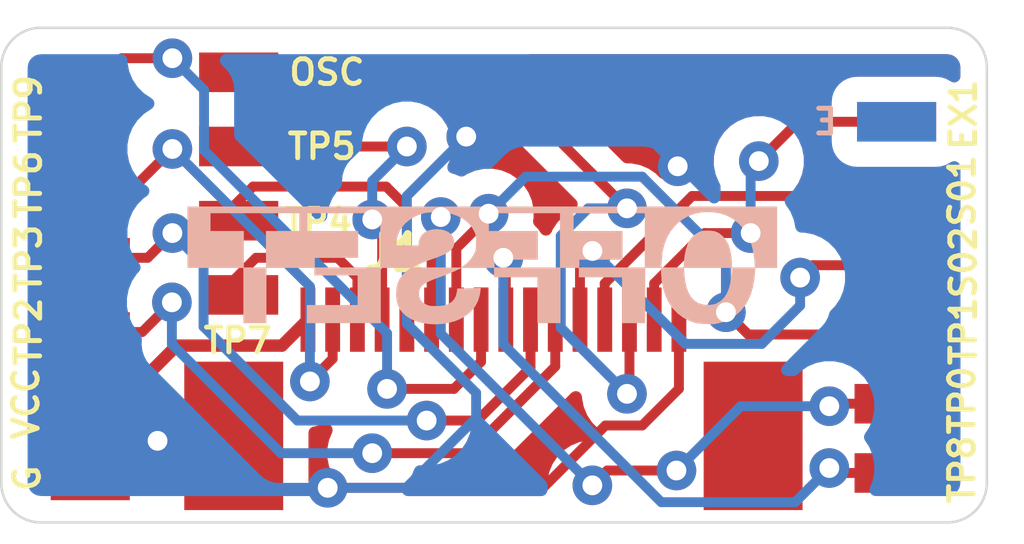
<source format=kicad_pcb>
(kicad_pcb (version 20171130) (host pcbnew "(5.1.8)-1")

  (general
    (thickness 1.6)
    (drawings 8)
    (tracks 149)
    (zones 0)
    (modules 19)
    (nets 17)
  )

  (page A4)
  (layers
    (0 F.Cu signal)
    (31 B.Cu signal)
    (32 B.Adhes user)
    (33 F.Adhes user)
    (34 B.Paste user)
    (35 F.Paste user)
    (36 B.SilkS user)
    (37 F.SilkS user)
    (38 B.Mask user)
    (39 F.Mask user)
    (40 Dwgs.User user)
    (41 Cmts.User user)
    (42 Eco1.User user)
    (43 Eco2.User user)
    (44 Edge.Cuts user)
    (45 Margin user)
    (46 B.CrtYd user)
    (47 F.CrtYd user)
    (48 B.Fab user)
    (49 F.Fab user)
  )

  (setup
    (last_trace_width 0.2)
    (trace_clearance 0.14)
    (zone_clearance 0.508)
    (zone_45_only no)
    (trace_min 0.2)
    (via_size 0.8)
    (via_drill 0.4)
    (via_min_size 0.4)
    (via_min_drill 0.3)
    (uvia_size 0.3)
    (uvia_drill 0.1)
    (uvias_allowed no)
    (uvia_min_size 0.2)
    (uvia_min_drill 0.1)
    (edge_width 0.05)
    (segment_width 0.2)
    (pcb_text_width 0.3)
    (pcb_text_size 1.5 1.5)
    (mod_edge_width 0.12)
    (mod_text_size 1 1)
    (mod_text_width 0.15)
    (pad_size 1.6 2)
    (pad_drill 0)
    (pad_to_mask_clearance 0.051)
    (solder_mask_min_width 0.25)
    (aux_axis_origin 0 0)
    (visible_elements 7FFFFFFF)
    (pcbplotparams
      (layerselection 0x010fc_ffffffff)
      (usegerberextensions false)
      (usegerberattributes false)
      (usegerberadvancedattributes false)
      (creategerberjobfile false)
      (excludeedgelayer true)
      (linewidth 0.100000)
      (plotframeref false)
      (viasonmask false)
      (mode 1)
      (useauxorigin false)
      (hpglpennumber 1)
      (hpglpenspeed 20)
      (hpglpendiameter 15.000000)
      (psnegative false)
      (psa4output false)
      (plotreference true)
      (plotvalue true)
      (plotinvisibletext false)
      (padsonsilk false)
      (subtractmaskfromsilk false)
      (outputformat 1)
      (mirror false)
      (drillshape 0)
      (scaleselection 1)
      (outputdirectory "gerber/"))
  )

  (net 0 "")
  (net 1 GND)
  (net 2 GBA_CLK)
  (net 3 EXTRA1)
  (net 4 GBA_AUD1)
  (net 5 GBA_UP)
  (net 6 GBA_START)
  (net 7 GBA_DOWN)
  (net 8 GBA_AUD2)
  (net 9 GBA_A)
  (net 10 GBA_SELECT)
  (net 11 GBA_L)
  (net 12 GBA_LEFT)
  (net 13 GBA_VCC)
  (net 14 GBA_RIGHT)
  (net 15 GBA_R)
  (net 16 GBA_B)

  (net_class Default "This is the default net class."
    (clearance 0.14)
    (trace_width 0.2)
    (via_dia 0.8)
    (via_drill 0.4)
    (uvia_dia 0.3)
    (uvia_drill 0.1)
    (add_net EXTRA1)
    (add_net GBA_A)
    (add_net GBA_AUD1)
    (add_net GBA_AUD2)
    (add_net GBA_B)
    (add_net GBA_CLK)
    (add_net GBA_DOWN)
    (add_net GBA_L)
    (add_net GBA_LEFT)
    (add_net GBA_R)
    (add_net GBA_RIGHT)
    (add_net GBA_SELECT)
    (add_net GBA_START)
    (add_net GBA_UP)
    (add_net GND)
  )

  (net_class PWR ""
    (clearance 0.2)
    (trace_width 0.25)
    (via_dia 0.8)
    (via_drill 0.4)
    (uvia_dia 0.3)
    (uvia_drill 0.1)
    (add_net GBA_VCC)
  )

  (module OFFSET:SOLDER_PAD (layer B.Cu) (tedit 5EC36988) (tstamp 5FFB0413)
    (at 188.8 59.25 270)
    (fp_text reference REF** (at 0.25 -2 270) (layer B.Fab)
      (effects (font (size 0.8 0.8) (thickness 0.15)) (justify mirror))
    )
    (fp_text value E (at 0 1) (layer B.SilkS)
      (effects (font (size 0.5 0.5) (thickness 0.1)) (justify left mirror))
    )
    (pad 1 smd rect (at 0 0.25 270) (size 0.8 1.6) (drill (offset 0 -0.4)) (layers B.Cu B.Paste B.Mask))
  )

  (module OFFSET:OFFSET_LOGO_SILK_2.6mm (layer B.Cu) (tedit 5EC43BEA) (tstamp 5FFB00FC)
    (at 180.575 62.275 180)
    (fp_text reference REF** (at 0 -1.25) (layer B.Fab)
      (effects (font (size 0.1 0.1) (thickness 0.025)) (justify mirror))
    )
    (fp_text value OFFSET_LOGO_SILK_2.6mm (at 0 -1.5) (layer B.Fab)
      (effects (font (size 0.1 0.1) (thickness 0.025)) (justify mirror))
    )
    (fp_poly (pts (xy 5.9563 0.0762) (xy 4.826 0.0762) (xy 4.826 -1.0414) (xy 4.3688 -1.0414)
      (xy 4.3688 0.0762) (xy 3.3909 0.0762) (xy 3.3909 -0.0762) (xy 2.5146 -0.0762)
      (xy 2.5146 -0.6858) (xy 3.5433 -0.6858) (xy 3.5433 -1.0414) (xy 2.0574 -1.0414)
      (xy 2.0574 0.0762) (xy 1.432583 0.0762) (xy 1.506866 0.019864) (xy 1.596121 -0.059287)
      (xy 1.662601 -0.14531) (xy 1.707578 -0.241) (xy 1.732324 -0.349152) (xy 1.73811 -0.472562)
      (xy 1.737635 -0.48742) (xy 1.727347 -0.591135) (xy 1.703714 -0.678967) (xy 1.664208 -0.758016)
      (xy 1.619259 -0.819967) (xy 1.543161 -0.893752) (xy 1.448217 -0.954874) (xy 1.337811 -1.002954)
      (xy 1.215328 -1.037614) (xy 1.084153 -1.058475) (xy 0.947672 -1.065158) (xy 0.80927 -1.057286)
      (xy 0.672331 -1.034478) (xy 0.540241 -0.996357) (xy 0.43574 -0.952338) (xy 0.317654 -0.88165)
      (xy 0.219433 -0.795819) (xy 0.141785 -0.695818) (xy 0.085418 -0.582619) (xy 0.051041 -0.457195)
      (xy 0.044918 -0.415634) (xy 0.036199 -0.342319) (xy 0.268924 -0.345784) (xy 0.50165 -0.34925)
      (xy 0.509514 -0.413681) (xy 0.529654 -0.499079) (xy 0.568379 -0.569162) (xy 0.613033 -0.615942)
      (xy 0.665602 -0.653763) (xy 0.72383 -0.680008) (xy 0.793067 -0.696159) (xy 0.878667 -0.7037)
      (xy 0.93345 -0.704714) (xy 0.997283 -0.704216) (xy 1.042932 -0.701769) (xy 1.0776 -0.696164)
      (xy 1.108491 -0.68619) (xy 1.14281 -0.670637) (xy 1.146191 -0.668982) (xy 1.212847 -0.625418)
      (xy 1.256946 -0.570674) (xy 1.279332 -0.503453) (xy 1.2827 -0.458851) (xy 1.27877 -0.402587)
      (xy 1.265531 -0.353633) (xy 1.240807 -0.310222) (xy 1.202422 -0.270587) (xy 1.148202 -0.232963)
      (xy 1.07597 -0.195582) (xy 0.983551 -0.156679) (xy 0.86877 -0.114487) (xy 0.8509 -0.108255)
      (xy 0.774271 -0.080299) (xy 0.692434 -0.048176) (xy 0.615193 -0.015858) (xy 0.55245 0.012638)
      (xy 0.42545 0.074047) (xy 0.9271 0.075759) (xy 1.42875 0.07747) (xy 1.329874 0.128016)
      (xy 1.282381 0.150098) (xy 1.217764 0.177082) (xy 1.143102 0.206164) (xy 1.065473 0.234537)
      (xy 1.030643 0.246604) (xy 0.912102 0.288642) (xy 0.815911 0.327036) (xy 0.739534 0.363225)
      (xy 0.680434 0.398647) (xy 0.636074 0.43474) (xy 0.603918 0.472943) (xy 0.589901 0.496555)
      (xy 0.574518 0.549714) (xy 0.574441 0.613274) (xy 0.589348 0.677611) (xy 0.596486 0.695166)
      (xy 0.634334 0.749438) (xy 0.690561 0.792458) (xy 0.760559 0.823774) (xy 0.839716 0.842932)
      (xy 0.923422 0.849481) (xy 1.007066 0.842966) (xy 1.08604 0.822936) (xy 1.155731 0.788936)
      (xy 1.198792 0.754341) (xy 1.240997 0.699226) (xy 1.270394 0.634995) (xy 1.282358 0.571934)
      (xy 1.282421 0.568325) (xy 1.2827 0.5207) (xy 1.7399 0.5207) (xy 1.739632 0.587375)
      (xy 1.73176 0.655079) (xy 1.710871 0.732213) (xy 1.680334 0.808799) (xy 1.643518 0.874861)
      (xy 1.64161 0.877654) (xy 1.558992 0.975405) (xy 1.457092 1.05862) (xy 1.338612 1.12549)
      (xy 1.206251 1.174205) (xy 1.1938 1.177624) (xy 1.175068 1.1811) (xy 2.0574 1.1811)
      (xy 2.0574 0.0762) (xy 3.3909 0.0762) (xy 3.3909 0.2794) (xy 2.5146 0.2794)
      (xy 2.5146 0.8128) (xy 3.5433 0.8128) (xy 3.5433 1.1811) (xy 3.6957 1.1811)
      (xy 3.6957 0.8128) (xy 4.3688 0.8128) (xy 4.3688 0.0762) (xy 4.826 0.0762)
      (xy 4.826 0.8128) (xy 5.4991 0.8128) (xy 5.4991 1.1811) (xy 3.6957 1.1811)
      (xy 3.5433 1.1811) (xy 2.0574 1.1811) (xy 1.175068 1.1811) (xy 1.126745 1.190067)
      (xy 1.042135 1.197624) (xy 0.947323 1.200377) (xy 0.84966 1.19841) (xy 0.756502 1.191806)
      (xy 0.6752 1.180648) (xy 0.633277 1.17129) (xy 0.497133 1.123805) (xy 0.380058 1.061222)
      (xy 0.28279 0.984084) (xy 0.206066 0.892936) (xy 0.168391 0.828123) (xy 0.147878 0.785669)
      (xy 0.134311 0.752473) (xy 0.126287 0.721273) (xy 0.122401 0.684806) (xy 0.12125 0.635811)
      (xy 0.121343 0.584815) (xy 0.122421 0.516471) (xy 0.125521 0.466807) (xy 0.131579 0.429124)
      (xy 0.141531 0.396725) (xy 0.150641 0.375086) (xy 0.210095 0.273004) (xy 0.289656 0.181414)
      (xy 0.347333 0.132248) (xy 0.421616 0.0762) (xy -0.2413 0.0762) (xy -0.2413 -0.1143)
      (xy -1.1176 -0.1143) (xy -1.1176 -1.0414) (xy -1.5748 -1.0414) (xy -1.5748 0.0762)
      (xy -1.9558 0.0762) (xy -1.9558 -0.1143) (xy -2.8321 -0.1143) (xy -2.8321 -1.0414)
      (xy -3.2893 -1.0414) (xy -3.2893 0.0762) (xy -3.615958 0.0762) (xy -3.622878 0.219075)
      (xy -3.641122 0.392866) (xy -3.678541 0.550672) (xy -3.735642 0.693734) (xy -3.812934 0.82329)
      (xy -3.910923 0.940582) (xy -3.92326 0.95306) (xy -4.032817 1.046284) (xy -4.152433 1.117294)
      (xy -4.283833 1.166824) (xy -4.355698 1.1811) (xy -3.2893 1.1811) (xy -3.2893 0.0762)
      (xy -1.9558 0.0762) (xy -1.9558 0.2413) (xy -2.8321 0.2413) (xy -2.8321 0.8128)
      (xy -1.8415 0.8128) (xy -1.8415 1.1811) (xy -1.5748 1.1811) (xy -1.5748 0.0762)
      (xy -0.2413 0.0762) (xy -0.2413 0.2413) (xy -1.1176 0.2413) (xy -1.1176 0.8128)
      (xy -0.127 0.8128) (xy -0.127 1.1811) (xy -1.5748 1.1811) (xy -1.8415 1.1811)
      (xy -3.2893 1.1811) (xy -4.355698 1.1811) (xy -4.428742 1.19561) (xy -4.5085 1.202545)
      (xy -4.667809 1.199566) (xy -4.81688 1.1737) (xy -4.954563 1.125782) (xy -5.079708 1.056645)
      (xy -5.191164 0.967121) (xy -5.28778 0.858046) (xy -5.368405 0.730251) (xy -5.431889 0.58457)
      (xy -5.453091 0.518502) (xy -5.471072 0.445175) (xy -5.487372 0.358287) (xy -5.500547 0.267609)
      (xy -5.509153 0.182909) (xy -5.5118 0.121151) (xy -5.5118 0.0762) (xy -5.045675 0.0762)
      (xy -5.038094 -0.066675) (xy -5.022257 -0.213929) (xy -4.991558 -0.342253) (xy -4.94629 -0.451141)
      (xy -4.886747 -0.54009) (xy -4.813221 -0.608596) (xy -4.726007 -0.656155) (xy -4.686928 -0.669322)
      (xy -4.612995 -0.681363) (xy -4.528915 -0.680999) (xy -4.445307 -0.66913) (xy -4.372791 -0.646657)
      (xy -4.362214 -0.64179) (xy -4.280937 -0.58822) (xy -4.213398 -0.513698) (xy -4.159535 -0.418096)
      (xy -4.119287 -0.301288) (xy -4.092595 -0.163147) (xy -4.082284 -0.058897) (xy -4.073234 0.0762)
      (xy -3.6195 0.0762) (xy -3.6195 -0.030086) (xy -3.629535 -0.18298) (xy -3.658419 -0.336269)
      (xy -3.704322 -0.48264) (xy -3.765416 -0.61478) (xy -3.766067 -0.61595) (xy -3.848211 -0.738059)
      (xy -3.948452 -0.843815) (xy -4.064218 -0.931195) (xy -4.192935 -0.998178) (xy -4.29895 -1.034502)
      (xy -4.344259 -1.043327) (xy -4.406788 -1.050999) (xy -4.47904 -1.057072) (xy -4.553515 -1.061103)
      (xy -4.622714 -1.062648) (xy -4.679139 -1.061261) (xy -4.70535 -1.058587) (xy -4.857008 -1.022318)
      (xy -4.995213 -0.964829) (xy -5.119034 -0.886784) (xy -5.227539 -0.788849) (xy -5.319797 -0.671686)
      (xy -5.371634 -0.583573) (xy -5.427818 -0.455267) (xy -5.468872 -0.314064) (xy -5.495818 -0.156132)
      (xy -5.50247 -0.092075) (xy -5.517247 0.076201) (xy -5.736774 0.0762) (xy -5.9563 0.0762)
      (xy -5.9563 1.3081) (xy 5.9563 1.3081) (xy 5.9563 0.0762)) (layer B.SilkS) (width 0.01))
    (fp_poly (pts (xy -4.498965 0.818054) (xy -4.455544 0.814545) (xy -4.420587 0.806652) (xy -4.385645 0.792845)
      (xy -4.366762 0.783847) (xy -4.284132 0.729701) (xy -4.215564 0.655197) (xy -4.160936 0.560085)
      (xy -4.120125 0.444116) (xy -4.093008 0.307039) (xy -4.082623 0.205896) (xy -4.073428 0.0762)
      (xy -5.0419 0.0762) (xy -5.0419 0.163437) (xy -5.037087 0.25484) (xy -5.023788 0.351525)
      (xy -5.003718 0.444638) (xy -4.978589 0.525326) (xy -4.966059 0.555287) (xy -4.918585 0.636631)
      (xy -4.85838 0.708105) (xy -4.790947 0.763863) (xy -4.746165 0.788768) (xy -4.706815 0.803902)
      (xy -4.666557 0.813033) (xy -4.616893 0.817521) (xy -4.5593 0.818709) (xy -4.498965 0.818054)) (layer B.SilkS) (width 0.01))
  )

  (module OFFSET:SOLDER_PAD (layer F.Cu) (tedit 5EC36988) (tstamp 5FFAC01A)
    (at 172.5 66.5 90)
    (path /60123B7B)
    (fp_text reference J17 (at 0.25 2 90) (layer F.Fab)
      (effects (font (size 0.8 0.8) (thickness 0.15)))
    )
    (fp_text value G (at -0.275 -1.125 90) (layer F.SilkS)
      (effects (font (size 0.5 0.5) (thickness 0.1)) (justify left))
    )
    (pad 1 smd rect (at 0 -0.25 90) (size 0.8 1.6) (drill (offset 0 0.4)) (layers F.Cu F.Paste F.Mask)
      (net 1 GND))
  )

  (module OFFSET:SOLDER_PAD (layer F.Cu) (tedit 5EC36988) (tstamp 5FFABB68)
    (at 189.1 59.25 270)
    (path /60123738)
    (fp_text reference J16 (at 0.25 2 90) (layer F.Fab)
      (effects (font (size 0.8 0.8) (thickness 0.15)))
    )
    (fp_text value EX1 (at 0.625 -1.2 90) (layer F.SilkS)
      (effects (font (size 0.5 0.5) (thickness 0.1)) (justify left))
    )
    (pad 1 smd rect (at 0 -0.25 270) (size 0.8 1.6) (drill (offset 0 0.4)) (layers F.Cu F.Paste F.Mask)
      (net 3 EXTRA1))
  )

  (module OFFSET:SOLDER_PAD (layer F.Cu) (tedit 5EC36988) (tstamp 5FFAC65D)
    (at 175.5 58.25 90)
    (path /60123732)
    (fp_text reference J15 (at 0.25 2 90) (layer F.Fab)
      (effects (font (size 0.8 0.8) (thickness 0.15)))
    )
    (fp_text value OSC (at 0 2.75) (layer F.SilkS)
      (effects (font (size 0.5 0.5) (thickness 0.1)) (justify right))
    )
    (pad 1 smd rect (at 0 -0.25 90) (size 0.8 1.6) (drill (offset 0 0.4)) (layers F.Cu F.Paste F.Mask)
      (net 2 GBA_CLK))
  )

  (module OFFSET:SOLDER_PAD (layer F.Cu) (tedit 5EC36988) (tstamp 5FFABB5E)
    (at 189.1 60.75 270)
    (path /6012372C)
    (fp_text reference J14 (at 0.25 2 90) (layer F.Fab)
      (effects (font (size 0.8 0.8) (thickness 0.15)))
    )
    (fp_text value S01 (at 0.675 -1.175 90) (layer F.SilkS)
      (effects (font (size 0.5 0.5) (thickness 0.1)) (justify left))
    )
    (pad 1 smd rect (at 0 -0.25 270) (size 0.8 1.6) (drill (offset 0 0.4)) (layers F.Cu F.Paste F.Mask)
      (net 4 GBA_AUD1))
  )

  (module OFFSET:SOLDER_PAD (layer F.Cu) (tedit 5EC36988) (tstamp 5FFABB59)
    (at 189.1 62.15 270)
    (path /6011F8DC)
    (fp_text reference J13 (at 0.25 2 90) (layer F.Fab)
      (effects (font (size 0.8 0.8) (thickness 0.15)))
    )
    (fp_text value S02 (at 0.725 -1.2 90) (layer F.SilkS)
      (effects (font (size 0.5 0.5) (thickness 0.1)) (justify left))
    )
    (pad 1 smd rect (at 0 -0.25 270) (size 0.8 1.6) (drill (offset 0 0.4)) (layers F.Cu F.Paste F.Mask)
      (net 8 GBA_AUD2))
  )

  (module OFFSET:SOLDER_PAD (layer F.Cu) (tedit 5EC36988) (tstamp 5FFABE5B)
    (at 172.5 63.5 90)
    (path /6011F8D6)
    (fp_text reference J12 (at 0.25 2 90) (layer F.Fab)
      (effects (font (size 0.8 0.8) (thickness 0.15)))
    )
    (fp_text value TP2 (at 0.75 -1.1 90) (layer F.SilkS)
      (effects (font (size 0.5 0.5) (thickness 0.1)) (justify right))
    )
    (pad 1 smd rect (at 0 -0.25 90) (size 0.8 1.6) (drill (offset 0 0.4)) (layers F.Cu F.Paste F.Mask)
      (net 10 GBA_SELECT))
  )

  (module OFFSET:SOLDER_PAD (layer F.Cu) (tedit 5EC36988) (tstamp 5FFAC412)
    (at 172.5 62 90)
    (path /6011F8D0)
    (fp_text reference J11 (at 0.25 2 90) (layer F.Fab)
      (effects (font (size 0.8 0.8) (thickness 0.15)))
    )
    (fp_text value TP3 (at 0.725 -1.1 90) (layer F.SilkS)
      (effects (font (size 0.5 0.5) (thickness 0.1)) (justify right))
    )
    (pad 1 smd rect (at 0 -0.25 90) (size 0.8 1.6) (drill (offset 0 0.4)) (layers F.Cu F.Paste F.Mask)
      (net 6 GBA_START))
  )

  (module OFFSET:SOLDER_PAD (layer F.Cu) (tedit 5EC36988) (tstamp 5FFABB4A)
    (at 189.05 66.35 270)
    (path /6011F8CA)
    (fp_text reference J10 (at 0.25 2 90) (layer F.Fab)
      (effects (font (size 0.8 0.8) (thickness 0.15)))
    )
    (fp_text value TP8 (at 0.675 -1.225 90) (layer F.SilkS)
      (effects (font (size 0.5 0.5) (thickness 0.1)) (justify left))
    )
    (pad 1 smd rect (at 0 -0.25 270) (size 0.8 1.6) (drill (offset 0 0.4)) (layers F.Cu F.Paste F.Mask)
      (net 15 GBA_R))
  )

  (module OFFSET:SOLDER_PAD (layer F.Cu) (tedit 5EC36988) (tstamp 5FFAFE73)
    (at 172.5 59 90)
    (path /6011F8C4)
    (fp_text reference J9 (at 0.25 2 90) (layer F.Fab)
      (effects (font (size 0.8 0.8) (thickness 0.15)))
    )
    (fp_text value TP9 (at 0.75 -1.1 90) (layer F.SilkS)
      (effects (font (size 0.5 0.5) (thickness 0.1)) (justify right))
    )
    (pad 1 smd rect (at 0 -0.25 90) (size 0.8 1.6) (drill (offset 0 0.4)) (layers F.Cu F.Paste F.Mask)
      (net 11 GBA_L))
  )

  (module OFFSET:SOLDER_PAD (layer F.Cu) (tedit 5EC36988) (tstamp 5FFABB40)
    (at 189.1 63.55 270)
    (path /6011F8BE)
    (fp_text reference J8 (at 0.25 2 90) (layer F.Fab)
      (effects (font (size 0.8 0.8) (thickness 0.15)))
    )
    (fp_text value TP1 (at 0.675 -1.2 90) (layer F.SilkS)
      (effects (font (size 0.5 0.5) (thickness 0.1)) (justify left))
    )
    (pad 1 smd rect (at 0 -0.25 270) (size 0.8 1.6) (drill (offset 0 0.4)) (layers F.Cu F.Paste F.Mask)
      (net 16 GBA_B))
  )

  (module OFFSET:SOLDER_PAD (layer F.Cu) (tedit 5EC36988) (tstamp 5FFABC4E)
    (at 189.05 64.95 270)
    (path /6011CA1C)
    (fp_text reference J7 (at 0.25 2 90) (layer F.Fab)
      (effects (font (size 0.8 0.8) (thickness 0.15)))
    )
    (fp_text value TP0 (at 0.675 -1.225 90) (layer F.SilkS)
      (effects (font (size 0.5 0.5) (thickness 0.1)) (justify left))
    )
    (pad 1 smd rect (at 0 -0.25 270) (size 0.8 1.6) (drill (offset 0 0.4)) (layers F.Cu F.Paste F.Mask)
      (net 9 GBA_A))
  )

  (module OFFSET:SOLDER_PAD (layer F.Cu) (tedit 5EC36988) (tstamp 5FFAC491)
    (at 175.5 61.25 90)
    (path /6011CA16)
    (fp_text reference J6 (at 0.25 2 90) (layer F.Fab)
      (effects (font (size 0.8 0.8) (thickness 0.15)))
    )
    (fp_text value TP4 (at -0.025 2.5) (layer F.SilkS)
      (effects (font (size 0.5 0.5) (thickness 0.1)) (justify right))
    )
    (pad 1 smd rect (at 0 -0.25 90) (size 0.8 1.6) (drill (offset 0 0.4)) (layers F.Cu F.Paste F.Mask)
      (net 14 GBA_RIGHT))
  )

  (module OFFSET:SOLDER_PAD (layer F.Cu) (tedit 5EC36988) (tstamp 5FFAC49D)
    (at 175.5 59.75 90)
    (path /6011C5FC)
    (fp_text reference J5 (at 0.25 2 90) (layer F.Fab)
      (effects (font (size 0.8 0.8) (thickness 0.15)))
    )
    (fp_text value TP5 (at 0 2.575 180) (layer F.SilkS)
      (effects (font (size 0.5 0.5) (thickness 0.1)) (justify right))
    )
    (pad 1 smd rect (at 0 -0.25 90) (size 0.8 1.6) (drill (offset 0 0.4)) (layers F.Cu F.Paste F.Mask)
      (net 12 GBA_LEFT))
  )

  (module OFFSET:SOLDER_PAD (layer F.Cu) (tedit 5EC36988) (tstamp 5FFAC4A9)
    (at 175.5 62.75 90)
    (path /6011C5F6)
    (fp_text reference J4 (at 0.25 2 90) (layer F.Fab)
      (effects (font (size 0.8 0.8) (thickness 0.15)))
    )
    (fp_text value TP7 (at -0.925 0.875 180) (layer F.SilkS)
      (effects (font (size 0.5 0.5) (thickness 0.1)) (justify right))
    )
    (pad 1 smd rect (at 0 -0.25 90) (size 0.8 1.6) (drill (offset 0 0.4)) (layers F.Cu F.Paste F.Mask)
      (net 7 GBA_DOWN))
  )

  (module OFFSET:SOLDER_PAD (layer F.Cu) (tedit 5EC36988) (tstamp 5FFAFE45)
    (at 172.5 60.5 90)
    (path /6011BBB1)
    (fp_text reference J3 (at 0.25 2 90) (layer F.Fab)
      (effects (font (size 0.8 0.8) (thickness 0.15)))
    )
    (fp_text value TP6 (at 0.725 -1.1 270) (layer F.SilkS)
      (effects (font (size 0.5 0.5) (thickness 0.1)) (justify right))
    )
    (pad 1 smd rect (at 0 -0.25 90) (size 0.8 1.6) (drill (offset 0 0.4)) (layers F.Cu F.Paste F.Mask)
      (net 5 GBA_UP))
  )

  (module OFFSET:SOLDER_PAD (layer F.Cu) (tedit 5EC36988) (tstamp 5FFAC026)
    (at 172.5 65 90)
    (path /6011B727)
    (fp_text reference J2 (at 0.25 2 90) (layer F.Fab)
      (effects (font (size 0.8 0.8) (thickness 0.15)))
    )
    (fp_text value VCC (at -0.725 -1.15 270) (layer F.SilkS)
      (effects (font (size 0.5 0.5) (thickness 0.1)) (justify left))
    )
    (pad 1 smd rect (at 0 -0.25 90) (size 0.8 1.6) (drill (offset 0 0.4)) (layers F.Cu F.Paste F.Mask)
      (net 13 GBA_VCC))
  )

  (module OFFSET:JUSHUO_AFC07-S16FCC-00 (layer F.Cu) (tedit 5FF952DF) (tstamp 5FFABB1D)
    (at 180.8 65)
    (path /600F1AFC)
    (fp_text reference J1 (at -2 -3.1) (layer F.SilkS)
      (effects (font (size 0.7 0.7) (thickness 0.15)))
    )
    (fp_text value Conn_01x16 (at 0 -3.556) (layer F.Fab)
      (effects (font (size 1 1) (thickness 0.15)))
    )
    (pad 13 smd rect (at 2.25 -1.75) (size 0.3 1.3) (layers F.Cu F.Paste F.Mask)
      (net 4 GBA_AUD1))
    (pad 2 smd rect (at -3.25 -1.75) (size 0.3 1.3) (layers F.Cu F.Paste F.Mask)
      (net 5 GBA_UP))
    (pad 15 smd rect (at 3.25 -1.75) (size 0.3 1.3) (layers F.Cu F.Paste F.Mask)
      (net 3 EXTRA1))
    (pad 10 smd rect (at 0.75 -1.75) (size 0.3 1.3) (layers F.Cu F.Paste F.Mask)
      (net 6 GBA_START))
    (pad 3 smd rect (at -2.75 -1.75) (size 0.3 1.3) (layers F.Cu F.Paste F.Mask)
      (net 7 GBA_DOWN))
    (pad 12 smd rect (at 1.75 -1.75) (size 0.3 1.3) (layers F.Cu F.Paste F.Mask)
      (net 8 GBA_AUD2))
    (pad 6 smd rect (at -1.25 -1.75) (size 0.3 1.3) (layers F.Cu F.Paste F.Mask)
      (net 9 GBA_A))
    (pad 11 smd rect (at 1.25 -1.75) (size 0.3 1.3) (layers F.Cu F.Paste F.Mask)
      (net 10 GBA_SELECT))
    (pad "" smd rect (at 5.25 0.6) (size 2 3) (layers F.Cu F.Paste F.Mask))
    (pad 16 smd rect (at 3.75 -1.75) (size 0.3 1.3) (layers F.Cu F.Paste F.Mask)
      (net 1 GND))
    (pad 8 smd rect (at -0.25 -1.75) (size 0.3 1.3) (layers F.Cu F.Paste F.Mask)
      (net 11 GBA_L))
    (pad 14 smd rect (at 2.75 -1.75) (size 0.3 1.3) (layers F.Cu F.Paste F.Mask)
      (net 2 GBA_CLK))
    (pad 4 smd rect (at -2.25 -1.75) (size 0.3 1.3) (layers F.Cu F.Paste F.Mask)
      (net 12 GBA_LEFT))
    (pad 1 smd rect (at -3.75 -1.75) (size 0.3 1.3) (layers F.Cu F.Paste F.Mask)
      (net 13 GBA_VCC))
    (pad 5 smd rect (at -1.75 -1.75) (size 0.3 1.3) (layers F.Cu F.Paste F.Mask)
      (net 14 GBA_RIGHT))
    (pad "" smd rect (at -5.25 0.6) (size 2 3) (layers F.Cu F.Paste F.Mask))
    (pad 9 smd rect (at 0.25 -1.75) (size 0.3 1.3) (layers F.Cu F.Paste F.Mask)
      (net 15 GBA_R))
    (pad 7 smd rect (at -0.75 -1.75) (size 0.3 1.3) (layers F.Cu F.Paste F.Mask)
      (net 16 GBA_B))
  )

  (gr_arc (start 171.65 66.55) (end 171.65 67.35) (angle 90) (layer Edge.Cuts) (width 0.05) (tstamp 5FFAFF16))
  (gr_arc (start 189.975 58.15) (end 190.775 58.15) (angle -90) (layer Edge.Cuts) (width 0.05) (tstamp 5FFAFEFC))
  (gr_arc (start 189.975 66.55) (end 189.975 67.35) (angle -90) (layer Edge.Cuts) (width 0.05) (tstamp 5FFAC77D))
  (gr_arc (start 171.65 58.15) (end 171.65 57.35) (angle -90) (layer Edge.Cuts) (width 0.05))
  (gr_line (start 189.975 57.35) (end 171.65 57.35) (layer Edge.Cuts) (width 0.05) (tstamp 5FFAC6EC))
  (gr_line (start 190.775 66.55) (end 190.775 58.15) (layer Edge.Cuts) (width 0.05))
  (gr_line (start 171.65 67.35) (end 189.975 67.35) (layer Edge.Cuts) (width 0.05))
  (gr_line (start 170.85 58.15) (end 170.85 66.55) (layer Edge.Cuts) (width 0.05) (tstamp 5FFAFE53))

  (via (at 174.009998 65.7) (size 0.8) (drill 0.4) (layers F.Cu B.Cu) (net 1))
  (segment (start 173.2 66.5) (end 174.1 65.6) (width 0.2) (layer F.Cu) (net 1))
  (segment (start 172.25 66.5) (end 173.2 66.5) (width 0.2) (layer F.Cu) (net 1))
  (segment (start 183.062803 65.390001) (end 181.802804 66.65) (width 0.2) (layer F.Cu) (net 1))
  (segment (start 183.807201 65.390001) (end 183.062803 65.390001) (width 0.2) (layer F.Cu) (net 1))
  (segment (start 184.55 64.647202) (end 183.807201 65.390001) (width 0.2) (layer F.Cu) (net 1))
  (segment (start 184.55 63.25) (end 184.55 64.647202) (width 0.2) (layer F.Cu) (net 1))
  (segment (start 181.802804 66.65) (end 177.45 66.65) (width 0.2) (layer F.Cu) (net 1))
  (segment (start 174.1 65.6) (end 175.15 66.65) (width 0.2) (layer B.Cu) (net 1))
  (segment (start 175.15 66.65) (end 177.45 66.65) (width 0.2) (layer B.Cu) (net 1))
  (via (at 177.45 66.65) (size 0.8) (drill 0.4) (layers F.Cu B.Cu) (net 1))
  (segment (start 180.45 64.730852) (end 179.05 63.330852) (width 0.2) (layer B.Cu) (net 1))
  (segment (start 180.45 65.237212) (end 180.45 64.730852) (width 0.2) (layer B.Cu) (net 1))
  (segment (start 179.037212 66.65) (end 180.45 65.237212) (width 0.2) (layer B.Cu) (net 1))
  (segment (start 177.45 66.65) (end 179.037212 66.65) (width 0.2) (layer B.Cu) (net 1))
  (via (at 180.25 59.55) (size 0.8) (drill 0.4) (layers F.Cu B.Cu) (net 1))
  (segment (start 179.05 60.75) (end 180.25 59.55) (width 0.2) (layer B.Cu) (net 1))
  (segment (start 179.05 63.330852) (end 179.05 60.75) (width 0.2) (layer B.Cu) (net 1))
  (via (at 184.525004 60.15) (size 0.8) (drill 0.4) (layers F.Cu B.Cu) (net 1))
  (segment (start 180.25 59.55) (end 183.925004 59.55) (width 0.2) (layer B.Cu) (net 1))
  (segment (start 183.925004 59.55) (end 184.525004 60.15) (width 0.2) (layer B.Cu) (net 1))
  (via (at 183.5 61) (size 0.8) (drill 0.4) (layers F.Cu B.Cu) (net 2))
  (segment (start 180.75 58.25) (end 183.5 61) (width 0.2) (layer F.Cu) (net 2))
  (via (at 183.5 64.75) (size 0.8) (drill 0.4) (layers F.Cu B.Cu) (net 2))
  (segment (start 183.55 64.7) (end 183.5 64.75) (width 0.2) (layer F.Cu) (net 2))
  (segment (start 183.55 63.25) (end 183.55 64.7) (width 0.2) (layer F.Cu) (net 2))
  (segment (start 182.715698 61) (end 183.5 61) (width 0.2) (layer B.Cu) (net 2))
  (segment (start 182.16145 61.554248) (end 182.715698 61) (width 0.2) (layer B.Cu) (net 2))
  (segment (start 182.16145 63.41145) (end 182.16145 61.554248) (width 0.2) (layer B.Cu) (net 2))
  (segment (start 183.5 64.75) (end 182.16145 63.41145) (width 0.2) (layer B.Cu) (net 2))
  (segment (start 175.25 58.25) (end 180.75 58.25) (width 0.2) (layer F.Cu) (net 2))
  (via (at 186 61.5) (size 0.8) (drill 0.4) (layers F.Cu B.Cu) (net 3))
  (segment (start 184.05 62.517998) (end 184.05 63.25) (width 0.2) (layer F.Cu) (net 3))
  (segment (start 185.067998 61.5) (end 184.05 62.517998) (width 0.2) (layer F.Cu) (net 3))
  (segment (start 186 61.5) (end 185.067998 61.5) (width 0.2) (layer F.Cu) (net 3))
  (segment (start 186.960143 59.25) (end 186.164999 60.045144) (width 0.2) (layer F.Cu) (net 3))
  (via (at 186.164999 60.045144) (size 0.8) (drill 0.4) (layers F.Cu B.Cu) (net 3))
  (segment (start 189.35 59.25) (end 186.960143 59.25) (width 0.2) (layer F.Cu) (net 3))
  (segment (start 186 61.5) (end 186 60.210143) (width 0.2) (layer B.Cu) (net 3))
  (segment (start 186 60.210143) (end 186.164999 60.045144) (width 0.2) (layer B.Cu) (net 3))
  (segment (start 184.817998 60.75) (end 189.35 60.75) (width 0.2) (layer F.Cu) (net 4))
  (segment (start 183.05 62.517998) (end 184.817998 60.75) (width 0.2) (layer F.Cu) (net 4))
  (segment (start 183.05 63.25) (end 183.05 62.517998) (width 0.2) (layer F.Cu) (net 4))
  (via (at 177.090012 64.500024) (size 0.8) (drill 0.4) (layers F.Cu B.Cu) (net 5))
  (segment (start 177.55 64.040036) (end 177.090012 64.500024) (width 0.2) (layer F.Cu) (net 5))
  (segment (start 177.55 63.25) (end 177.55 64.040036) (width 0.2) (layer F.Cu) (net 5))
  (via (at 174.309988 59.8) (size 0.8) (drill 0.4) (layers F.Cu B.Cu) (net 5))
  (segment (start 172.25 60.5) (end 173.609988 60.5) (width 0.2) (layer F.Cu) (net 5))
  (segment (start 173.609988 60.5) (end 174.309988 59.8) (width 0.2) (layer F.Cu) (net 5))
  (segment (start 177.090012 64.500024) (end 177.090012 62.580024) (width 0.2) (layer B.Cu) (net 5))
  (segment (start 177.090012 62.580024) (end 174.309988 59.8) (width 0.2) (layer B.Cu) (net 5))
  (via (at 179.45 65.29001) (size 0.8) (drill 0.4) (layers F.Cu B.Cu) (net 6))
  (segment (start 180.475877 65.29001) (end 179.45 65.29001) (width 0.2) (layer F.Cu) (net 6))
  (segment (start 181.55 63.25) (end 181.55 64.215887) (width 0.2) (layer F.Cu) (net 6))
  (segment (start 181.55 64.215887) (end 180.475877 65.29001) (width 0.2) (layer F.Cu) (net 6))
  (via (at 174.309982 61.5) (size 0.8) (drill 0.4) (layers F.Cu B.Cu) (net 6))
  (segment (start 176.837212 65.29001) (end 174.940001 63.392799) (width 0.2) (layer B.Cu) (net 6))
  (segment (start 172.25 62) (end 173.809982 62) (width 0.2) (layer F.Cu) (net 6))
  (segment (start 173.809982 62) (end 174.309982 61.5) (width 0.2) (layer F.Cu) (net 6))
  (segment (start 179.45 65.29001) (end 176.837212 65.29001) (width 0.2) (layer B.Cu) (net 6))
  (segment (start 174.940001 63.392799) (end 174.940001 62.130019) (width 0.2) (layer B.Cu) (net 6))
  (segment (start 174.940001 62.130019) (end 174.309982 61.5) (width 0.2) (layer B.Cu) (net 6))
  (segment (start 178.05 62.4) (end 177.65 62) (width 0.2) (layer F.Cu) (net 7))
  (segment (start 178.05 63.25) (end 178.05 62.4) (width 0.2) (layer F.Cu) (net 7))
  (segment (start 176 62) (end 175.25 62.75) (width 0.2) (layer F.Cu) (net 7))
  (segment (start 177.65 62) (end 176 62) (width 0.2) (layer F.Cu) (net 7))
  (segment (start 182.55 62.1129) (end 182.801451 61.861449) (width 0.2) (layer F.Cu) (net 8))
  (via (at 182.801451 61.861449) (size 0.8) (drill 0.4) (layers F.Cu B.Cu) (net 8))
  (segment (start 182.55 63.25) (end 182.55 62.1129) (width 0.2) (layer F.Cu) (net 8))
  (segment (start 187.25 62.15) (end 187 62.4) (width 0.2) (layer F.Cu) (net 8))
  (segment (start 189.35 62.15) (end 187.25 62.15) (width 0.2) (layer F.Cu) (net 8))
  (via (at 187 62.4) (size 0.8) (drill 0.4) (layers F.Cu B.Cu) (net 8))
  (segment (start 186.225683 63.740002) (end 187 62.965685) (width 0.2) (layer B.Cu) (net 8))
  (segment (start 182.801451 61.861449) (end 184.680004 63.740002) (width 0.2) (layer B.Cu) (net 8))
  (segment (start 187 62.965685) (end 187 62.4) (width 0.2) (layer B.Cu) (net 8))
  (segment (start 184.680004 63.740002) (end 186.225683 63.740002) (width 0.2) (layer B.Cu) (net 8))
  (via (at 179.735808 61.175943) (size 0.8) (drill 0.4) (layers F.Cu B.Cu) (net 9))
  (segment (start 179.55 61.361751) (end 179.735808 61.175943) (width 0.2) (layer F.Cu) (net 9))
  (segment (start 179.55 63.25) (end 179.55 61.361751) (width 0.2) (layer F.Cu) (net 9))
  (via (at 187.590002 65) (size 0.8) (drill 0.4) (layers F.Cu B.Cu) (net 9))
  (segment (start 187.640002 64.95) (end 187.590002 65) (width 0.2) (layer F.Cu) (net 9))
  (segment (start 189.3 64.95) (end 187.640002 64.95) (width 0.2) (layer F.Cu) (net 9))
  (via (at 184.5 66.3) (size 0.8) (drill 0.4) (layers F.Cu B.Cu) (net 9))
  (segment (start 187.590002 65) (end 185.8 65) (width 0.2) (layer B.Cu) (net 9))
  (segment (start 185.8 65) (end 184.5 66.3) (width 0.2) (layer B.Cu) (net 9))
  (via (at 182.8 66.600006) (size 0.8) (drill 0.4) (layers F.Cu B.Cu) (net 9))
  (segment (start 184.5 66.3) (end 183.100006 66.3) (width 0.2) (layer F.Cu) (net 9))
  (segment (start 179.735808 61.175943) (end 179.735808 63.535814) (width 0.2) (layer B.Cu) (net 9))
  (segment (start 183.100006 66.3) (end 182.8 66.600006) (width 0.2) (layer F.Cu) (net 9))
  (segment (start 179.735808 63.535814) (end 182.8 66.600006) (width 0.2) (layer B.Cu) (net 9))
  (segment (start 173.7 63.5) (end 174.3 62.9) (width 0.2) (layer F.Cu) (net 10))
  (segment (start 172.25 63.5) (end 173.7 63.5) (width 0.2) (layer F.Cu) (net 10))
  (via (at 174.3 62.9) (size 0.8) (drill 0.4) (layers F.Cu B.Cu) (net 10))
  (via (at 178.35 65.95) (size 0.8) (drill 0.4) (layers F.Cu B.Cu) (net 10))
  (segment (start 182.05 64.196733) (end 180.296733 65.95) (width 0.2) (layer F.Cu) (net 10))
  (segment (start 174.3 62.9) (end 174.3 63.746511) (width 0.2) (layer B.Cu) (net 10))
  (segment (start 174.3 63.746511) (end 176.503489 65.95) (width 0.2) (layer B.Cu) (net 10))
  (segment (start 180.296733 65.95) (end 178.35 65.95) (width 0.2) (layer F.Cu) (net 10))
  (segment (start 176.503489 65.95) (end 178.35 65.95) (width 0.2) (layer B.Cu) (net 10))
  (segment (start 182.05 63.25) (end 182.05 64.196733) (width 0.2) (layer F.Cu) (net 10))
  (segment (start 180 64.65) (end 178.65 64.65) (width 0.2) (layer F.Cu) (net 11))
  (via (at 178.65 64.65) (size 0.8) (drill 0.4) (layers F.Cu B.Cu) (net 11))
  (segment (start 180.55 63.25) (end 180.55 64.1) (width 0.2) (layer F.Cu) (net 11))
  (segment (start 180.55 64.1) (end 180 64.65) (width 0.2) (layer F.Cu) (net 11))
  (via (at 174.309988 57.965052) (size 0.8) (drill 0.4) (layers F.Cu B.Cu) (net 11))
  (segment (start 174.94999 59.827047) (end 174.94999 58.605054) (width 0.2) (layer B.Cu) (net 11))
  (segment (start 172.25 59) (end 173.284948 57.965052) (width 0.2) (layer F.Cu) (net 11))
  (segment (start 178.65 63.527057) (end 174.94999 59.827047) (width 0.2) (layer B.Cu) (net 11))
  (segment (start 173.284948 57.965052) (end 174.309988 57.965052) (width 0.2) (layer F.Cu) (net 11))
  (segment (start 178.65 64.65) (end 178.65 63.527057) (width 0.2) (layer B.Cu) (net 11))
  (segment (start 174.94999 58.605054) (end 174.309988 57.965052) (width 0.2) (layer B.Cu) (net 11))
  (segment (start 178.55 61.425) (end 178.35 61.225) (width 0.2) (layer F.Cu) (net 12))
  (segment (start 178.55 63.25) (end 178.55 61.425) (width 0.2) (layer F.Cu) (net 12))
  (via (at 178.35 61.225) (size 0.8) (drill 0.4) (layers F.Cu B.Cu) (net 12))
  (via (at 179.05 59.75) (size 0.8) (drill 0.4) (layers F.Cu B.Cu) (net 12))
  (segment (start 176.297451 59.75) (end 179.05 59.75) (width 0.2) (layer F.Cu) (net 12))
  (segment (start 178.35 61.225) (end 178.35 60.45) (width 0.2) (layer B.Cu) (net 12))
  (segment (start 178.35 60.45) (end 179.05 59.75) (width 0.2) (layer B.Cu) (net 12))
  (segment (start 173.173004 65) (end 172.25 65) (width 0.25) (layer F.Cu) (net 13))
  (segment (start 174.398005 63.774999) (end 173.173004 65) (width 0.25) (layer F.Cu) (net 13))
  (segment (start 176.525001 63.774999) (end 174.398005 63.774999) (width 0.25) (layer F.Cu) (net 13))
  (segment (start 177.05 63.25) (end 176.525001 63.774999) (width 0.25) (layer F.Cu) (net 13))
  (segment (start 178.632203 60.559999) (end 179.05 60.977796) (width 0.2) (layer F.Cu) (net 14))
  (segment (start 175.25 61.25) (end 175.940001 60.559999) (width 0.2) (layer F.Cu) (net 14))
  (segment (start 179.05 60.977796) (end 179.05 63.25) (width 0.2) (layer F.Cu) (net 14))
  (segment (start 175.940001 60.559999) (end 178.632203 60.559999) (width 0.2) (layer F.Cu) (net 14))
  (segment (start 187.690002 66.35) (end 187.590002 66.25) (width 0.2) (layer F.Cu) (net 15))
  (via (at 187.590002 66.25) (size 0.8) (drill 0.4) (layers F.Cu B.Cu) (net 15))
  (segment (start 189.3 66.35) (end 187.690002 66.35) (width 0.2) (layer F.Cu) (net 15))
  (via (at 181 62) (size 0.8) (drill 0.4) (layers F.Cu B.Cu) (net 15))
  (segment (start 181.05 62.05) (end 181 62) (width 0.2) (layer F.Cu) (net 15))
  (segment (start 181.05 63.25) (end 181.05 62.05) (width 0.2) (layer F.Cu) (net 15))
  (segment (start 186.9 66.940002) (end 187.190003 66.649999) (width 0.2) (layer B.Cu) (net 15))
  (segment (start 181 62) (end 181 63.747204) (width 0.2) (layer B.Cu) (net 15))
  (segment (start 181 63.747204) (end 184.192798 66.940002) (width 0.2) (layer B.Cu) (net 15))
  (segment (start 184.192798 66.940002) (end 186.9 66.940002) (width 0.2) (layer B.Cu) (net 15))
  (segment (start 187.190003 66.649999) (end 187.590002 66.25) (width 0.2) (layer B.Cu) (net 15))
  (via (at 180.702746 61.108236) (size 0.8) (drill 0.4) (layers F.Cu B.Cu) (net 16))
  (segment (start 180.702746 61.156207) (end 180.702746 61.108236) (width 0.2) (layer F.Cu) (net 16))
  (segment (start 180.05 61.808953) (end 180.702746 61.156207) (width 0.2) (layer F.Cu) (net 16))
  (segment (start 180.05 63.25) (end 180.05 61.808953) (width 0.2) (layer F.Cu) (net 16))
  (segment (start 181.450983 60.359999) (end 183.807201 60.359999) (width 0.2) (layer B.Cu) (net 16))
  (segment (start 180.702746 61.108236) (end 181.450983 60.359999) (width 0.2) (layer B.Cu) (net 16))
  (segment (start 185.95 63.55) (end 185.899999 63.499999) (width 0.2) (layer F.Cu) (net 16))
  (segment (start 189.35 63.55) (end 185.95 63.55) (width 0.2) (layer F.Cu) (net 16))
  (segment (start 185.5 62.052798) (end 185.5 63.1) (width 0.2) (layer B.Cu) (net 16))
  (segment (start 183.807201 60.359999) (end 185.5 62.052798) (width 0.2) (layer B.Cu) (net 16))
  (via (at 185.5 63.1) (size 0.8) (drill 0.4) (layers F.Cu B.Cu) (net 16))
  (segment (start 185.899999 63.499999) (end 185.5 63.1) (width 0.2) (layer F.Cu) (net 16))

  (zone (net 1) (net_name GND) (layer F.Cu) (tstamp 0) (hatch edge 0.508)
    (connect_pads (clearance 0.508))
    (min_thickness 0.254)
    (fill yes (arc_segments 32) (thermal_gap 0.508) (thermal_bridge_width 0.508))
    (polygon
      (pts
        (xy 190.725 57.35) (xy 190.725 67.35) (xy 170.925 67.375) (xy 170.925 57.375)
      )
    )
    (filled_polygon
      (pts
        (xy 177.354774 65.648102) (xy 177.315 65.848061) (xy 177.315 66.051939) (xy 177.354774 66.251898) (xy 177.432795 66.440256)
        (xy 177.546063 66.609774) (xy 177.626289 66.69) (xy 177.188072 66.69) (xy 177.188072 65.535024) (xy 177.191951 65.535024)
        (xy 177.39191 65.49525) (xy 177.42351 65.482161)
      )
    )
    (filled_polygon
      (pts
        (xy 182.465 64.851939) (xy 182.504774 65.051898) (xy 182.582795 65.240256) (xy 182.696063 65.409774) (xy 182.840226 65.553937)
        (xy 182.856792 65.565006) (xy 182.698061 65.565006) (xy 182.498102 65.60478) (xy 182.309744 65.682801) (xy 182.140226 65.796069)
        (xy 181.996063 65.940232) (xy 181.882795 66.10975) (xy 181.804774 66.298108) (xy 181.765 66.498067) (xy 181.765 66.69)
        (xy 179.073711 66.69) (xy 179.078711 66.685) (xy 180.260628 66.685) (xy 180.296733 66.688556) (xy 180.332838 66.685)
        (xy 180.440818 66.674365) (xy 180.579366 66.632337) (xy 180.707053 66.564087) (xy 180.818971 66.472238) (xy 180.841991 66.444188)
        (xy 182.465 64.82118)
      )
    )
    (filled_polygon
      (pts
        (xy 182.377382 60.916828) (xy 182.311195 60.944244) (xy 182.141677 61.057512) (xy 181.997514 61.201675) (xy 181.884246 61.371193)
        (xy 181.861431 61.426272) (xy 181.803937 61.340226) (xy 181.727151 61.26344) (xy 181.737746 61.210175) (xy 181.737746 61.006297)
        (xy 181.697972 60.806338) (xy 181.619951 60.61798) (xy 181.506683 60.448462) (xy 181.36252 60.304299) (xy 181.193002 60.191031)
        (xy 181.004644 60.11301) (xy 180.804685 60.073236) (xy 180.600807 60.073236) (xy 180.400848 60.11301) (xy 180.21249 60.191031)
        (xy 180.155132 60.229357) (xy 180.037706 60.180717) (xy 179.995356 60.172293) (xy 180.045226 60.051898) (xy 180.085 59.851939)
        (xy 180.085 59.648061) (xy 180.045226 59.448102) (xy 179.967205 59.259744) (xy 179.853937 59.090226) (xy 179.748711 58.985)
        (xy 180.445554 58.985)
      )
    )
    (filled_polygon
      (pts
        (xy 190.001579 58.015771) (xy 190.027143 58.023489) (xy 190.050721 58.036026) (xy 190.071419 58.052907) (xy 190.088443 58.073486)
        (xy 190.101143 58.096972) (xy 190.109041 58.122488) (xy 190.115001 58.179194) (xy 190.115001 58.328086) (xy 190.104494 58.319463)
        (xy 189.99418 58.260498) (xy 189.874482 58.224188) (xy 189.75 58.211928) (xy 188.15 58.211928) (xy 188.025518 58.224188)
        (xy 187.90582 58.260498) (xy 187.795506 58.319463) (xy 187.698815 58.398815) (xy 187.619463 58.495506) (xy 187.609043 58.515)
        (xy 186.996237 58.515) (xy 186.960142 58.511445) (xy 186.924047 58.515) (xy 186.924038 58.515) (xy 186.816058 58.525635)
        (xy 186.67751 58.567663) (xy 186.549823 58.635913) (xy 186.437905 58.727762) (xy 186.414889 58.755807) (xy 186.160552 59.010144)
        (xy 186.06306 59.010144) (xy 185.863101 59.049918) (xy 185.674743 59.127939) (xy 185.505225 59.241207) (xy 185.361062 59.38537)
        (xy 185.247794 59.554888) (xy 185.169773 59.743246) (xy 185.129999 59.943205) (xy 185.129999 60.015) (xy 184.854103 60.015)
        (xy 184.817998 60.011444) (xy 184.673913 60.025635) (xy 184.535364 60.067663) (xy 184.407678 60.135913) (xy 184.29576 60.227762)
        (xy 184.272744 60.255807) (xy 184.246131 60.28242) (xy 184.159774 60.196063) (xy 183.990256 60.082795) (xy 183.801898 60.004774)
        (xy 183.601939 59.965) (xy 183.504447 59.965) (xy 181.549446 58.01) (xy 189.942721 58.01)
      )
    )
  )
  (zone (net 1) (net_name GND) (layer B.Cu) (tstamp 5FFAFDE2) (hatch edge 0.508)
    (connect_pads (clearance 0.508))
    (min_thickness 0.254)
    (fill yes (arc_segments 32) (thermal_gap 0.508) (thermal_bridge_width 0.508))
    (polygon
      (pts
        (xy 190.725 57.35) (xy 190.725 67.35) (xy 170.925 67.375) (xy 170.925 57.375)
      )
    )
    (filled_polygon
      (pts
        (xy 173.274988 58.066991) (xy 173.314762 58.26695) (xy 173.392783 58.455308) (xy 173.506051 58.624826) (xy 173.650214 58.768989)
        (xy 173.819732 58.882257) (xy 173.820381 58.882526) (xy 173.819732 58.882795) (xy 173.650214 58.996063) (xy 173.506051 59.140226)
        (xy 173.392783 59.309744) (xy 173.314762 59.498102) (xy 173.274988 59.698061) (xy 173.274988 59.901939) (xy 173.314762 60.101898)
        (xy 173.392783 60.290256) (xy 173.506051 60.459774) (xy 173.650214 60.603937) (xy 173.719149 60.649998) (xy 173.650208 60.696063)
        (xy 173.506045 60.840226) (xy 173.392777 61.009744) (xy 173.314756 61.198102) (xy 173.274982 61.398061) (xy 173.274982 61.601939)
        (xy 173.314756 61.801898) (xy 173.392777 61.990256) (xy 173.506045 62.159774) (xy 173.54128 62.195009) (xy 173.496063 62.240226)
        (xy 173.382795 62.409744) (xy 173.304774 62.598102) (xy 173.265 62.798061) (xy 173.265 63.001939) (xy 173.304774 63.201898)
        (xy 173.382795 63.390256) (xy 173.496063 63.559774) (xy 173.565 63.628711) (xy 173.565 63.710406) (xy 173.561444 63.746511)
        (xy 173.575635 63.890596) (xy 173.61657 64.025537) (xy 173.617664 64.029144) (xy 173.685914 64.156831) (xy 173.777763 64.268749)
        (xy 173.805808 64.291765) (xy 175.958235 66.444193) (xy 175.981251 66.472238) (xy 176.093169 66.564087) (xy 176.220856 66.632337)
        (xy 176.317375 66.661616) (xy 176.359403 66.674365) (xy 176.503488 66.688556) (xy 176.539593 66.685) (xy 177.621289 66.685)
        (xy 177.626289 66.69) (xy 171.682279 66.69) (xy 171.623422 66.684229) (xy 171.597857 66.676511) (xy 171.574276 66.663972)
        (xy 171.55358 66.647093) (xy 171.536558 66.626516) (xy 171.523856 66.603026) (xy 171.51596 66.577516) (xy 171.51 66.520815)
        (xy 171.51 58.182279) (xy 171.515771 58.123421) (xy 171.523489 58.097857) (xy 171.536026 58.074279) (xy 171.552907 58.053581)
        (xy 171.573486 58.036557) (xy 171.596972 58.023857) (xy 171.622488 58.015959) (xy 171.679185 58.01) (xy 173.274988 58.01)
      )
    )
    (filled_polygon
      (pts
        (xy 181.765 66.604453) (xy 181.765 66.69) (xy 179.073711 66.69) (xy 179.153937 66.609774) (xy 179.267205 66.440256)
        (xy 179.317463 66.318924) (xy 179.348061 66.32501) (xy 179.551939 66.32501) (xy 179.751898 66.285236) (xy 179.940256 66.207215)
        (xy 180.109774 66.093947) (xy 180.253937 65.949784) (xy 180.367205 65.780266) (xy 180.445226 65.591908) (xy 180.485 65.391949)
        (xy 180.485 65.324452)
      )
    )
    (filled_polygon
      (pts
        (xy 190.001579 58.015771) (xy 190.027143 58.023489) (xy 190.050721 58.036026) (xy 190.071419 58.052907) (xy 190.088443 58.073486)
        (xy 190.101143 58.096972) (xy 190.109041 58.122488) (xy 190.115001 58.179194) (xy 190.115001 58.328086) (xy 190.104494 58.319463)
        (xy 189.99418 58.260498) (xy 189.874482 58.224188) (xy 189.75 58.211928) (xy 188.15 58.211928) (xy 188.025518 58.224188)
        (xy 187.90582 58.260498) (xy 187.795506 58.319463) (xy 187.698815 58.398815) (xy 187.619463 58.495506) (xy 187.560498 58.60582)
        (xy 187.524188 58.725518) (xy 187.511928 58.85) (xy 187.511928 59.65) (xy 187.524188 59.774482) (xy 187.560498 59.89418)
        (xy 187.619463 60.004494) (xy 187.698815 60.101185) (xy 187.795506 60.180537) (xy 187.90582 60.239502) (xy 188.025518 60.275812)
        (xy 188.15 60.288072) (xy 189.75 60.288072) (xy 189.874482 60.275812) (xy 189.99418 60.239502) (xy 190.104494 60.180537)
        (xy 190.115001 60.171914) (xy 190.115 66.517721) (xy 190.109229 66.576578) (xy 190.101511 66.602143) (xy 190.088972 66.625724)
        (xy 190.072093 66.64642) (xy 190.051516 66.663442) (xy 190.028026 66.676144) (xy 190.002516 66.68404) (xy 189.945815 66.69)
        (xy 188.528024 66.69) (xy 188.585228 66.551898) (xy 188.625002 66.351939) (xy 188.625002 66.148061) (xy 188.585228 65.948102)
        (xy 188.507207 65.759744) (xy 188.417174 65.625) (xy 188.507207 65.490256) (xy 188.585228 65.301898) (xy 188.625002 65.101939)
        (xy 188.625002 64.898061) (xy 188.585228 64.698102) (xy 188.507207 64.509744) (xy 188.393939 64.340226) (xy 188.249776 64.196063)
        (xy 188.080258 64.082795) (xy 187.8919 64.004774) (xy 187.691941 63.965) (xy 187.488063 63.965) (xy 187.288104 64.004774)
        (xy 187.099746 64.082795) (xy 186.930228 64.196063) (xy 186.861291 64.265) (xy 186.744558 64.265) (xy 186.747921 64.26224)
        (xy 186.770941 64.23419) (xy 187.494197 63.510935) (xy 187.522237 63.487923) (xy 187.54525 63.459882) (xy 187.545253 63.459879)
        (xy 187.614087 63.376005) (xy 187.682337 63.248319) (xy 187.711487 63.152224) (xy 187.803937 63.059774) (xy 187.917205 62.890256)
        (xy 187.995226 62.701898) (xy 188.035 62.501939) (xy 188.035 62.298061) (xy 187.995226 62.098102) (xy 187.917205 61.909744)
        (xy 187.803937 61.740226) (xy 187.659774 61.596063) (xy 187.490256 61.482795) (xy 187.301898 61.404774) (xy 187.101939 61.365)
        (xy 187.028424 61.365) (xy 186.995226 61.198102) (xy 186.917205 61.009744) (xy 186.814459 60.855973) (xy 186.824773 60.849081)
        (xy 186.968936 60.704918) (xy 187.082204 60.5354) (xy 187.160225 60.347042) (xy 187.199999 60.147083) (xy 187.199999 59.943205)
        (xy 187.160225 59.743246) (xy 187.082204 59.554888) (xy 186.968936 59.38537) (xy 186.824773 59.241207) (xy 186.655255 59.127939)
        (xy 186.466897 59.049918) (xy 186.266938 59.010144) (xy 186.06306 59.010144) (xy 185.863101 59.049918) (xy 185.674743 59.127939)
        (xy 185.505225 59.241207) (xy 185.361062 59.38537) (xy 185.247794 59.554888) (xy 185.169773 59.743246) (xy 185.129999 59.943205)
        (xy 185.129999 60.147083) (xy 185.169773 60.347042) (xy 185.247794 60.5354) (xy 185.265001 60.561152) (xy 185.265001 60.771288)
        (xy 185.261469 60.77482) (xy 184.352459 59.865811) (xy 184.329439 59.837761) (xy 184.217521 59.745912) (xy 184.089834 59.677662)
        (xy 183.951286 59.635634) (xy 183.843306 59.624999) (xy 183.807201 59.621443) (xy 183.771096 59.624999) (xy 181.487088 59.624999)
        (xy 181.450983 59.621443) (xy 181.414878 59.624999) (xy 181.306898 59.635634) (xy 181.16835 59.677662) (xy 181.040663 59.745912)
        (xy 180.928745 59.837761) (xy 180.905729 59.865806) (xy 180.698299 60.073236) (xy 180.600807 60.073236) (xy 180.400848 60.11301)
        (xy 180.21249 60.191031) (xy 180.155132 60.229357) (xy 180.037706 60.180717) (xy 179.995356 60.172293) (xy 180.045226 60.051898)
        (xy 180.085 59.851939) (xy 180.085 59.648061) (xy 180.045226 59.448102) (xy 179.967205 59.259744) (xy 179.853937 59.090226)
        (xy 179.709774 58.946063) (xy 179.540256 58.832795) (xy 179.351898 58.754774) (xy 179.151939 58.715) (xy 178.948061 58.715)
        (xy 178.748102 58.754774) (xy 178.559744 58.832795) (xy 178.390226 58.946063) (xy 178.246063 59.090226) (xy 178.132795 59.259744)
        (xy 178.054774 59.448102) (xy 178.015 59.648061) (xy 178.015 59.745554) (xy 177.855808 59.904746) (xy 177.827763 59.927762)
        (xy 177.735914 60.03968) (xy 177.681788 60.140943) (xy 177.667664 60.167367) (xy 177.625635 60.305915) (xy 177.611444 60.45)
        (xy 177.615 60.486105) (xy 177.615 60.496289) (xy 177.546063 60.565226) (xy 177.432795 60.734744) (xy 177.354774 60.923102)
        (xy 177.315 61.123061) (xy 177.315 61.152611) (xy 175.68499 59.522601) (xy 175.68499 58.641159) (xy 175.688546 58.605054)
        (xy 175.674355 58.460969) (xy 175.632327 58.32242) (xy 175.564077 58.194734) (xy 175.525522 58.147755) (xy 175.472228 58.082816)
        (xy 175.444183 58.0598) (xy 175.394383 58.01) (xy 189.942721 58.01)
      )
    )
  )
)

</source>
